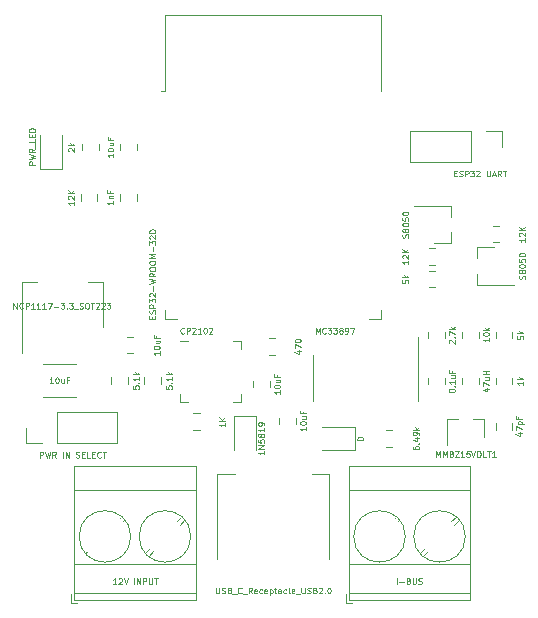
<source format=gbr>
G04 #@! TF.GenerationSoftware,KiCad,Pcbnew,5.1.4-e60b266~84~ubuntu19.04.1*
G04 #@! TF.CreationDate,2020-02-26T10:38:06+11:00*
G04 #@! TF.ProjectId,93ng-blue-aux-esp32-only,39336e67-2d62-46c7-9565-2d6175782d65,rev?*
G04 #@! TF.SameCoordinates,Original*
G04 #@! TF.FileFunction,Legend,Top*
G04 #@! TF.FilePolarity,Positive*
%FSLAX46Y46*%
G04 Gerber Fmt 4.6, Leading zero omitted, Abs format (unit mm)*
G04 Created by KiCad (PCBNEW 5.1.4-e60b266~84~ubuntu19.04.1) date 2020-02-26 10:38:06*
%MOMM*%
%LPD*%
G04 APERTURE LIST*
%ADD10C,0.120000*%
%ADD11C,0.100000*%
G04 APERTURE END LIST*
D10*
X178302064Y-101640000D02*
X175497936Y-101640000D01*
X178302064Y-104360000D02*
X175497936Y-104360000D01*
X191640000Y-106040000D02*
X191640000Y-108900000D01*
X193560000Y-106040000D02*
X191640000Y-106040000D01*
X193560000Y-108900000D02*
X193560000Y-106040000D01*
X198250000Y-110880000D02*
X199750000Y-110880000D01*
X199750000Y-110880000D02*
X199750000Y-118140000D01*
X190250000Y-110880000D02*
X190250000Y-118140000D01*
X190250000Y-110880000D02*
X191750000Y-110880000D01*
X183161252Y-100710000D02*
X182638748Y-100710000D01*
X183161252Y-99290000D02*
X182638748Y-99290000D01*
X208090000Y-103311252D02*
X208090000Y-102788748D01*
X209510000Y-103311252D02*
X209510000Y-102788748D01*
X213840000Y-106638748D02*
X213840000Y-107161252D01*
X215260000Y-106638748D02*
X215260000Y-107161252D01*
X199100000Y-108860000D02*
X201960000Y-108860000D01*
X201960000Y-108860000D02*
X201960000Y-106940000D01*
X201960000Y-106940000D02*
X199100000Y-106940000D01*
X212880000Y-106290000D02*
X211950000Y-106290000D01*
X209720000Y-106290000D02*
X210650000Y-106290000D01*
X209720000Y-106290000D02*
X209720000Y-108450000D01*
X212880000Y-106290000D02*
X212880000Y-107750000D01*
X177910000Y-121800000D02*
X178410000Y-121800000D01*
X177910000Y-121060000D02*
X177910000Y-121800000D01*
X184572000Y-117192000D02*
X184177000Y-117588000D01*
X187218000Y-114546000D02*
X186838000Y-114926000D01*
X184823000Y-117474000D02*
X184443000Y-117854000D01*
X187484000Y-114812000D02*
X187089000Y-115208000D01*
X179202000Y-117481000D02*
X179096000Y-117588000D01*
X182138000Y-114546000D02*
X182031000Y-114653000D01*
X179468000Y-117747000D02*
X179362000Y-117854000D01*
X182404000Y-114812000D02*
X182297000Y-114919000D01*
X188430000Y-110240000D02*
X188430000Y-121560000D01*
X178150000Y-110240000D02*
X178150000Y-121560000D01*
X178150000Y-121560000D02*
X188430000Y-121560000D01*
X178150000Y-110240000D02*
X188430000Y-110240000D01*
X178150000Y-112300000D02*
X188430000Y-112300000D01*
X178150000Y-118500000D02*
X188430000Y-118500000D01*
X178150000Y-121000000D02*
X188430000Y-121000000D01*
X188010000Y-116200000D02*
G75*
G03X188010000Y-116200000I-2180000J0D01*
G01*
X182930000Y-116200000D02*
G75*
G03X182930000Y-116200000I-2180000J0D01*
G01*
X206180000Y-116200000D02*
G75*
G03X206180000Y-116200000I-2180000J0D01*
G01*
X211260000Y-116200000D02*
G75*
G03X211260000Y-116200000I-2180000J0D01*
G01*
X201400000Y-121000000D02*
X211680000Y-121000000D01*
X201400000Y-118500000D02*
X211680000Y-118500000D01*
X201400000Y-112300000D02*
X211680000Y-112300000D01*
X201400000Y-110240000D02*
X211680000Y-110240000D01*
X201400000Y-121560000D02*
X211680000Y-121560000D01*
X201400000Y-110240000D02*
X201400000Y-121560000D01*
X211680000Y-110240000D02*
X211680000Y-121560000D01*
X205654000Y-114812000D02*
X205547000Y-114919000D01*
X202718000Y-117747000D02*
X202612000Y-117854000D01*
X205388000Y-114546000D02*
X205281000Y-114653000D01*
X202452000Y-117481000D02*
X202346000Y-117588000D01*
X210734000Y-114812000D02*
X210339000Y-115208000D01*
X208073000Y-117474000D02*
X207693000Y-117854000D01*
X210468000Y-114546000D02*
X210088000Y-114926000D01*
X207822000Y-117192000D02*
X207427000Y-117588000D01*
X201160000Y-121060000D02*
X201160000Y-121800000D01*
X201160000Y-121800000D02*
X201660000Y-121800000D01*
X212410000Y-102788748D02*
X212410000Y-103311252D01*
X210990000Y-102788748D02*
X210990000Y-103311252D01*
X212410000Y-99411252D02*
X212410000Y-98888748D01*
X210990000Y-99411252D02*
X210990000Y-98888748D01*
X209510000Y-98888748D02*
X209510000Y-99411252D01*
X208090000Y-98888748D02*
X208090000Y-99411252D01*
X205061252Y-108610000D02*
X204538748Y-108610000D01*
X205061252Y-107190000D02*
X204538748Y-107190000D01*
X215260000Y-102788748D02*
X215260000Y-103311252D01*
X213840000Y-102788748D02*
X213840000Y-103311252D01*
X185880000Y-97000000D02*
X185880000Y-97780000D01*
X185880000Y-97780000D02*
X186880000Y-97780000D01*
X204120000Y-97000000D02*
X204120000Y-97780000D01*
X204120000Y-97780000D02*
X203120000Y-97780000D01*
X185880000Y-72035000D02*
X204120000Y-72035000D01*
X204120000Y-72035000D02*
X204120000Y-78455000D01*
X185880000Y-72035000D02*
X185880000Y-78455000D01*
X185880000Y-78455000D02*
X185500000Y-78455000D01*
X198365000Y-102800000D02*
X198365000Y-104750000D01*
X198365000Y-102800000D02*
X198365000Y-100850000D01*
X207235000Y-102800000D02*
X207235000Y-104750000D01*
X207235000Y-102800000D02*
X207235000Y-99350000D01*
X191585000Y-99640000D02*
X192310000Y-99640000D01*
X192310000Y-99640000D02*
X192310000Y-100365000D01*
X187815000Y-104860000D02*
X187090000Y-104860000D01*
X187090000Y-104860000D02*
X187090000Y-104135000D01*
X191585000Y-104860000D02*
X192310000Y-104860000D01*
X192310000Y-104860000D02*
X192310000Y-104135000D01*
X187815000Y-99640000D02*
X187090000Y-99640000D01*
X178690000Y-87761252D02*
X178690000Y-87238748D01*
X180110000Y-87761252D02*
X180110000Y-87238748D01*
X175240000Y-82250000D02*
X175240000Y-85110000D01*
X175240000Y-85110000D02*
X177160000Y-85110000D01*
X177160000Y-85110000D02*
X177160000Y-82250000D01*
X182040000Y-87238748D02*
X182040000Y-87761252D01*
X183460000Y-87238748D02*
X183460000Y-87761252D01*
X180210000Y-82988748D02*
X180210000Y-83511252D01*
X178790000Y-82988748D02*
X178790000Y-83511252D01*
X213840000Y-98888748D02*
X213840000Y-99411252D01*
X215260000Y-98888748D02*
X215260000Y-99411252D01*
X208188748Y-93690000D02*
X208711252Y-93690000D01*
X208188748Y-95110000D02*
X208711252Y-95110000D01*
X208188748Y-93210000D02*
X208711252Y-93210000D01*
X208188748Y-91790000D02*
X208711252Y-91790000D01*
X213588748Y-91310000D02*
X214111252Y-91310000D01*
X213588748Y-89890000D02*
X214111252Y-89890000D01*
X188761252Y-107210000D02*
X188238748Y-107210000D01*
X188761252Y-105790000D02*
X188238748Y-105790000D01*
X195161252Y-100810000D02*
X194638748Y-100810000D01*
X195161252Y-99390000D02*
X194638748Y-99390000D01*
X181810000Y-108330000D02*
X181810000Y-105670000D01*
X176670000Y-108330000D02*
X181810000Y-108330000D01*
X176670000Y-105670000D02*
X181810000Y-105670000D01*
X176670000Y-108330000D02*
X176670000Y-105670000D01*
X175400000Y-108330000D02*
X174070000Y-108330000D01*
X174070000Y-108330000D02*
X174070000Y-107000000D01*
X180560000Y-94690000D02*
X179300000Y-94690000D01*
X173740000Y-94690000D02*
X175000000Y-94690000D01*
X180560000Y-98450000D02*
X180560000Y-94690000D01*
X173740000Y-100700000D02*
X173740000Y-94690000D01*
X183460000Y-82988748D02*
X183460000Y-83511252D01*
X182040000Y-82988748D02*
X182040000Y-83511252D01*
X194710000Y-103038748D02*
X194710000Y-103561252D01*
X193290000Y-103038748D02*
X193290000Y-103561252D01*
X195490000Y-106138748D02*
X195490000Y-106661252D01*
X196910000Y-106138748D02*
X196910000Y-106661252D01*
X210060000Y-91380000D02*
X208600000Y-91380000D01*
X210060000Y-88220000D02*
X206900000Y-88220000D01*
X210060000Y-88220000D02*
X210060000Y-89150000D01*
X210060000Y-91380000D02*
X210060000Y-90450000D01*
X212240000Y-91720000D02*
X212240000Y-92650000D01*
X212240000Y-94880000D02*
X212240000Y-93950000D01*
X212240000Y-94880000D02*
X215400000Y-94880000D01*
X212240000Y-91720000D02*
X213700000Y-91720000D01*
X206590000Y-81870000D02*
X206590000Y-84530000D01*
X211730000Y-81870000D02*
X206590000Y-81870000D01*
X211730000Y-84530000D02*
X206590000Y-84530000D01*
X211730000Y-81870000D02*
X211730000Y-84530000D01*
X213000000Y-81870000D02*
X214330000Y-81870000D01*
X214330000Y-81870000D02*
X214330000Y-83200000D01*
X185510000Y-102738748D02*
X185510000Y-103261252D01*
X184090000Y-102738748D02*
X184090000Y-103261252D01*
X181290000Y-102738748D02*
X181290000Y-103261252D01*
X182710000Y-102738748D02*
X182710000Y-103261252D01*
D11*
X176364285Y-103226190D02*
X176078571Y-103226190D01*
X176221428Y-103226190D02*
X176221428Y-102726190D01*
X176173809Y-102797619D01*
X176126190Y-102845238D01*
X176078571Y-102869047D01*
X176673809Y-102726190D02*
X176721428Y-102726190D01*
X176769047Y-102750000D01*
X176792857Y-102773809D01*
X176816666Y-102821428D01*
X176840476Y-102916666D01*
X176840476Y-103035714D01*
X176816666Y-103130952D01*
X176792857Y-103178571D01*
X176769047Y-103202380D01*
X176721428Y-103226190D01*
X176673809Y-103226190D01*
X176626190Y-103202380D01*
X176602380Y-103178571D01*
X176578571Y-103130952D01*
X176554761Y-103035714D01*
X176554761Y-102916666D01*
X176578571Y-102821428D01*
X176602380Y-102773809D01*
X176626190Y-102750000D01*
X176673809Y-102726190D01*
X177269047Y-102892857D02*
X177269047Y-103226190D01*
X177054761Y-102892857D02*
X177054761Y-103154761D01*
X177078571Y-103202380D01*
X177126190Y-103226190D01*
X177197619Y-103226190D01*
X177245238Y-103202380D01*
X177269047Y-103178571D01*
X177673809Y-102964285D02*
X177507142Y-102964285D01*
X177507142Y-103226190D02*
X177507142Y-102726190D01*
X177745238Y-102726190D01*
X194226190Y-108971428D02*
X194226190Y-109257142D01*
X194226190Y-109114285D02*
X193726190Y-109114285D01*
X193797619Y-109161904D01*
X193845238Y-109209523D01*
X193869047Y-109257142D01*
X194226190Y-108757142D02*
X193726190Y-108757142D01*
X194226190Y-108471428D01*
X193726190Y-108471428D01*
X193726190Y-107995238D02*
X193726190Y-108233333D01*
X193964285Y-108257142D01*
X193940476Y-108233333D01*
X193916666Y-108185714D01*
X193916666Y-108066666D01*
X193940476Y-108019047D01*
X193964285Y-107995238D01*
X194011904Y-107971428D01*
X194130952Y-107971428D01*
X194178571Y-107995238D01*
X194202380Y-108019047D01*
X194226190Y-108066666D01*
X194226190Y-108185714D01*
X194202380Y-108233333D01*
X194178571Y-108257142D01*
X193940476Y-107685714D02*
X193916666Y-107733333D01*
X193892857Y-107757142D01*
X193845238Y-107780952D01*
X193821428Y-107780952D01*
X193773809Y-107757142D01*
X193750000Y-107733333D01*
X193726190Y-107685714D01*
X193726190Y-107590476D01*
X193750000Y-107542857D01*
X193773809Y-107519047D01*
X193821428Y-107495238D01*
X193845238Y-107495238D01*
X193892857Y-107519047D01*
X193916666Y-107542857D01*
X193940476Y-107590476D01*
X193940476Y-107685714D01*
X193964285Y-107733333D01*
X193988095Y-107757142D01*
X194035714Y-107780952D01*
X194130952Y-107780952D01*
X194178571Y-107757142D01*
X194202380Y-107733333D01*
X194226190Y-107685714D01*
X194226190Y-107590476D01*
X194202380Y-107542857D01*
X194178571Y-107519047D01*
X194130952Y-107495238D01*
X194035714Y-107495238D01*
X193988095Y-107519047D01*
X193964285Y-107542857D01*
X193940476Y-107590476D01*
X194226190Y-107019047D02*
X194226190Y-107304761D01*
X194226190Y-107161904D02*
X193726190Y-107161904D01*
X193797619Y-107209523D01*
X193845238Y-107257142D01*
X193869047Y-107304761D01*
X194226190Y-106780952D02*
X194226190Y-106685714D01*
X194202380Y-106638095D01*
X194178571Y-106614285D01*
X194107142Y-106566666D01*
X194011904Y-106542857D01*
X193821428Y-106542857D01*
X193773809Y-106566666D01*
X193750000Y-106590476D01*
X193726190Y-106638095D01*
X193726190Y-106733333D01*
X193750000Y-106780952D01*
X193773809Y-106804761D01*
X193821428Y-106828571D01*
X193940476Y-106828571D01*
X193988095Y-106804761D01*
X194011904Y-106780952D01*
X194035714Y-106733333D01*
X194035714Y-106638095D01*
X194011904Y-106590476D01*
X193988095Y-106566666D01*
X193940476Y-106542857D01*
X190154761Y-120526190D02*
X190154761Y-120930952D01*
X190178571Y-120978571D01*
X190202380Y-121002380D01*
X190250000Y-121026190D01*
X190345238Y-121026190D01*
X190392857Y-121002380D01*
X190416666Y-120978571D01*
X190440476Y-120930952D01*
X190440476Y-120526190D01*
X190654761Y-121002380D02*
X190726190Y-121026190D01*
X190845238Y-121026190D01*
X190892857Y-121002380D01*
X190916666Y-120978571D01*
X190940476Y-120930952D01*
X190940476Y-120883333D01*
X190916666Y-120835714D01*
X190892857Y-120811904D01*
X190845238Y-120788095D01*
X190750000Y-120764285D01*
X190702380Y-120740476D01*
X190678571Y-120716666D01*
X190654761Y-120669047D01*
X190654761Y-120621428D01*
X190678571Y-120573809D01*
X190702380Y-120550000D01*
X190750000Y-120526190D01*
X190869047Y-120526190D01*
X190940476Y-120550000D01*
X191321428Y-120764285D02*
X191392857Y-120788095D01*
X191416666Y-120811904D01*
X191440476Y-120859523D01*
X191440476Y-120930952D01*
X191416666Y-120978571D01*
X191392857Y-121002380D01*
X191345238Y-121026190D01*
X191154761Y-121026190D01*
X191154761Y-120526190D01*
X191321428Y-120526190D01*
X191369047Y-120550000D01*
X191392857Y-120573809D01*
X191416666Y-120621428D01*
X191416666Y-120669047D01*
X191392857Y-120716666D01*
X191369047Y-120740476D01*
X191321428Y-120764285D01*
X191154761Y-120764285D01*
X191535714Y-121073809D02*
X191916666Y-121073809D01*
X192321428Y-120978571D02*
X192297619Y-121002380D01*
X192226190Y-121026190D01*
X192178571Y-121026190D01*
X192107142Y-121002380D01*
X192059523Y-120954761D01*
X192035714Y-120907142D01*
X192011904Y-120811904D01*
X192011904Y-120740476D01*
X192035714Y-120645238D01*
X192059523Y-120597619D01*
X192107142Y-120550000D01*
X192178571Y-120526190D01*
X192226190Y-120526190D01*
X192297619Y-120550000D01*
X192321428Y-120573809D01*
X192416666Y-121073809D02*
X192797619Y-121073809D01*
X193202380Y-121026190D02*
X193035714Y-120788095D01*
X192916666Y-121026190D02*
X192916666Y-120526190D01*
X193107142Y-120526190D01*
X193154761Y-120550000D01*
X193178571Y-120573809D01*
X193202380Y-120621428D01*
X193202380Y-120692857D01*
X193178571Y-120740476D01*
X193154761Y-120764285D01*
X193107142Y-120788095D01*
X192916666Y-120788095D01*
X193607142Y-121002380D02*
X193559523Y-121026190D01*
X193464285Y-121026190D01*
X193416666Y-121002380D01*
X193392857Y-120954761D01*
X193392857Y-120764285D01*
X193416666Y-120716666D01*
X193464285Y-120692857D01*
X193559523Y-120692857D01*
X193607142Y-120716666D01*
X193630952Y-120764285D01*
X193630952Y-120811904D01*
X193392857Y-120859523D01*
X194059523Y-121002380D02*
X194011904Y-121026190D01*
X193916666Y-121026190D01*
X193869047Y-121002380D01*
X193845238Y-120978571D01*
X193821428Y-120930952D01*
X193821428Y-120788095D01*
X193845238Y-120740476D01*
X193869047Y-120716666D01*
X193916666Y-120692857D01*
X194011904Y-120692857D01*
X194059523Y-120716666D01*
X194464285Y-121002380D02*
X194416666Y-121026190D01*
X194321428Y-121026190D01*
X194273809Y-121002380D01*
X194250000Y-120954761D01*
X194250000Y-120764285D01*
X194273809Y-120716666D01*
X194321428Y-120692857D01*
X194416666Y-120692857D01*
X194464285Y-120716666D01*
X194488095Y-120764285D01*
X194488095Y-120811904D01*
X194250000Y-120859523D01*
X194702380Y-120692857D02*
X194702380Y-121192857D01*
X194702380Y-120716666D02*
X194750000Y-120692857D01*
X194845238Y-120692857D01*
X194892857Y-120716666D01*
X194916666Y-120740476D01*
X194940476Y-120788095D01*
X194940476Y-120930952D01*
X194916666Y-120978571D01*
X194892857Y-121002380D01*
X194845238Y-121026190D01*
X194750000Y-121026190D01*
X194702380Y-121002380D01*
X195083333Y-120692857D02*
X195273809Y-120692857D01*
X195154761Y-120526190D02*
X195154761Y-120954761D01*
X195178571Y-121002380D01*
X195226190Y-121026190D01*
X195273809Y-121026190D01*
X195654761Y-121026190D02*
X195654761Y-120764285D01*
X195630952Y-120716666D01*
X195583333Y-120692857D01*
X195488095Y-120692857D01*
X195440476Y-120716666D01*
X195654761Y-121002380D02*
X195607142Y-121026190D01*
X195488095Y-121026190D01*
X195440476Y-121002380D01*
X195416666Y-120954761D01*
X195416666Y-120907142D01*
X195440476Y-120859523D01*
X195488095Y-120835714D01*
X195607142Y-120835714D01*
X195654761Y-120811904D01*
X196107142Y-121002380D02*
X196059523Y-121026190D01*
X195964285Y-121026190D01*
X195916666Y-121002380D01*
X195892857Y-120978571D01*
X195869047Y-120930952D01*
X195869047Y-120788095D01*
X195892857Y-120740476D01*
X195916666Y-120716666D01*
X195964285Y-120692857D01*
X196059523Y-120692857D01*
X196107142Y-120716666D01*
X196392857Y-121026190D02*
X196345238Y-121002380D01*
X196321428Y-120954761D01*
X196321428Y-120526190D01*
X196773809Y-121002380D02*
X196726190Y-121026190D01*
X196630952Y-121026190D01*
X196583333Y-121002380D01*
X196559523Y-120954761D01*
X196559523Y-120764285D01*
X196583333Y-120716666D01*
X196630952Y-120692857D01*
X196726190Y-120692857D01*
X196773809Y-120716666D01*
X196797619Y-120764285D01*
X196797619Y-120811904D01*
X196559523Y-120859523D01*
X196892857Y-121073809D02*
X197273809Y-121073809D01*
X197392857Y-120526190D02*
X197392857Y-120930952D01*
X197416666Y-120978571D01*
X197440476Y-121002380D01*
X197488095Y-121026190D01*
X197583333Y-121026190D01*
X197630952Y-121002380D01*
X197654761Y-120978571D01*
X197678571Y-120930952D01*
X197678571Y-120526190D01*
X197892857Y-121002380D02*
X197964285Y-121026190D01*
X198083333Y-121026190D01*
X198130952Y-121002380D01*
X198154761Y-120978571D01*
X198178571Y-120930952D01*
X198178571Y-120883333D01*
X198154761Y-120835714D01*
X198130952Y-120811904D01*
X198083333Y-120788095D01*
X197988095Y-120764285D01*
X197940476Y-120740476D01*
X197916666Y-120716666D01*
X197892857Y-120669047D01*
X197892857Y-120621428D01*
X197916666Y-120573809D01*
X197940476Y-120550000D01*
X197988095Y-120526190D01*
X198107142Y-120526190D01*
X198178571Y-120550000D01*
X198559523Y-120764285D02*
X198630952Y-120788095D01*
X198654761Y-120811904D01*
X198678571Y-120859523D01*
X198678571Y-120930952D01*
X198654761Y-120978571D01*
X198630952Y-121002380D01*
X198583333Y-121026190D01*
X198392857Y-121026190D01*
X198392857Y-120526190D01*
X198559523Y-120526190D01*
X198607142Y-120550000D01*
X198630952Y-120573809D01*
X198654761Y-120621428D01*
X198654761Y-120669047D01*
X198630952Y-120716666D01*
X198607142Y-120740476D01*
X198559523Y-120764285D01*
X198392857Y-120764285D01*
X198869047Y-120573809D02*
X198892857Y-120550000D01*
X198940476Y-120526190D01*
X199059523Y-120526190D01*
X199107142Y-120550000D01*
X199130952Y-120573809D01*
X199154761Y-120621428D01*
X199154761Y-120669047D01*
X199130952Y-120740476D01*
X198845238Y-121026190D01*
X199154761Y-121026190D01*
X199369047Y-120978571D02*
X199392857Y-121002380D01*
X199369047Y-121026190D01*
X199345238Y-121002380D01*
X199369047Y-120978571D01*
X199369047Y-121026190D01*
X199702380Y-120526190D02*
X199750000Y-120526190D01*
X199797619Y-120550000D01*
X199821428Y-120573809D01*
X199845238Y-120621428D01*
X199869047Y-120716666D01*
X199869047Y-120835714D01*
X199845238Y-120930952D01*
X199821428Y-120978571D01*
X199797619Y-121002380D01*
X199750000Y-121026190D01*
X199702380Y-121026190D01*
X199654761Y-121002380D01*
X199630952Y-120978571D01*
X199607142Y-120930952D01*
X199583333Y-120835714D01*
X199583333Y-120716666D01*
X199607142Y-120621428D01*
X199630952Y-120573809D01*
X199654761Y-120550000D01*
X199702380Y-120526190D01*
X185376190Y-100535714D02*
X185376190Y-100821428D01*
X185376190Y-100678571D02*
X184876190Y-100678571D01*
X184947619Y-100726190D01*
X184995238Y-100773809D01*
X185019047Y-100821428D01*
X184876190Y-100226190D02*
X184876190Y-100178571D01*
X184900000Y-100130952D01*
X184923809Y-100107142D01*
X184971428Y-100083333D01*
X185066666Y-100059523D01*
X185185714Y-100059523D01*
X185280952Y-100083333D01*
X185328571Y-100107142D01*
X185352380Y-100130952D01*
X185376190Y-100178571D01*
X185376190Y-100226190D01*
X185352380Y-100273809D01*
X185328571Y-100297619D01*
X185280952Y-100321428D01*
X185185714Y-100345238D01*
X185066666Y-100345238D01*
X184971428Y-100321428D01*
X184923809Y-100297619D01*
X184900000Y-100273809D01*
X184876190Y-100226190D01*
X185042857Y-99630952D02*
X185376190Y-99630952D01*
X185042857Y-99845238D02*
X185304761Y-99845238D01*
X185352380Y-99821428D01*
X185376190Y-99773809D01*
X185376190Y-99702380D01*
X185352380Y-99654761D01*
X185328571Y-99630952D01*
X185114285Y-99226190D02*
X185114285Y-99392857D01*
X185376190Y-99392857D02*
X184876190Y-99392857D01*
X184876190Y-99154761D01*
X209876190Y-103871428D02*
X209876190Y-103823809D01*
X209900000Y-103776190D01*
X209923809Y-103752380D01*
X209971428Y-103728571D01*
X210066666Y-103704761D01*
X210185714Y-103704761D01*
X210280952Y-103728571D01*
X210328571Y-103752380D01*
X210352380Y-103776190D01*
X210376190Y-103823809D01*
X210376190Y-103871428D01*
X210352380Y-103919047D01*
X210328571Y-103942857D01*
X210280952Y-103966666D01*
X210185714Y-103990476D01*
X210066666Y-103990476D01*
X209971428Y-103966666D01*
X209923809Y-103942857D01*
X209900000Y-103919047D01*
X209876190Y-103871428D01*
X210328571Y-103490476D02*
X210352380Y-103466666D01*
X210376190Y-103490476D01*
X210352380Y-103514285D01*
X210328571Y-103490476D01*
X210376190Y-103490476D01*
X210376190Y-102990476D02*
X210376190Y-103276190D01*
X210376190Y-103133333D02*
X209876190Y-103133333D01*
X209947619Y-103180952D01*
X209995238Y-103228571D01*
X210019047Y-103276190D01*
X210042857Y-102561904D02*
X210376190Y-102561904D01*
X210042857Y-102776190D02*
X210304761Y-102776190D01*
X210352380Y-102752380D01*
X210376190Y-102704761D01*
X210376190Y-102633333D01*
X210352380Y-102585714D01*
X210328571Y-102561904D01*
X210114285Y-102157142D02*
X210114285Y-102323809D01*
X210376190Y-102323809D02*
X209876190Y-102323809D01*
X209876190Y-102085714D01*
X215692857Y-107433333D02*
X216026190Y-107433333D01*
X215502380Y-107552380D02*
X215859523Y-107671428D01*
X215859523Y-107361904D01*
X215526190Y-107219047D02*
X215526190Y-106885714D01*
X216026190Y-107100000D01*
X215692857Y-106695238D02*
X216192857Y-106695238D01*
X215716666Y-106695238D02*
X215692857Y-106647619D01*
X215692857Y-106552380D01*
X215716666Y-106504761D01*
X215740476Y-106480952D01*
X215788095Y-106457142D01*
X215930952Y-106457142D01*
X215978571Y-106480952D01*
X216002380Y-106504761D01*
X216026190Y-106552380D01*
X216026190Y-106647619D01*
X216002380Y-106695238D01*
X215764285Y-106076190D02*
X215764285Y-106242857D01*
X216026190Y-106242857D02*
X215526190Y-106242857D01*
X215526190Y-106004761D01*
X202626190Y-108030952D02*
X202126190Y-108030952D01*
X202126190Y-107911904D01*
X202150000Y-107840476D01*
X202197619Y-107792857D01*
X202245238Y-107769047D01*
X202340476Y-107745238D01*
X202411904Y-107745238D01*
X202507142Y-107769047D01*
X202554761Y-107792857D01*
X202602380Y-107840476D01*
X202626190Y-107911904D01*
X202626190Y-108030952D01*
X208788095Y-109476190D02*
X208788095Y-108976190D01*
X208954761Y-109333333D01*
X209121428Y-108976190D01*
X209121428Y-109476190D01*
X209359523Y-109476190D02*
X209359523Y-108976190D01*
X209526190Y-109333333D01*
X209692857Y-108976190D01*
X209692857Y-109476190D01*
X210097619Y-109214285D02*
X210169047Y-109238095D01*
X210192857Y-109261904D01*
X210216666Y-109309523D01*
X210216666Y-109380952D01*
X210192857Y-109428571D01*
X210169047Y-109452380D01*
X210121428Y-109476190D01*
X209930952Y-109476190D01*
X209930952Y-108976190D01*
X210097619Y-108976190D01*
X210145238Y-109000000D01*
X210169047Y-109023809D01*
X210192857Y-109071428D01*
X210192857Y-109119047D01*
X210169047Y-109166666D01*
X210145238Y-109190476D01*
X210097619Y-109214285D01*
X209930952Y-109214285D01*
X210383333Y-108976190D02*
X210716666Y-108976190D01*
X210383333Y-109476190D01*
X210716666Y-109476190D01*
X211169047Y-109476190D02*
X210883333Y-109476190D01*
X211026190Y-109476190D02*
X211026190Y-108976190D01*
X210978571Y-109047619D01*
X210930952Y-109095238D01*
X210883333Y-109119047D01*
X211621428Y-108976190D02*
X211383333Y-108976190D01*
X211359523Y-109214285D01*
X211383333Y-109190476D01*
X211430952Y-109166666D01*
X211550000Y-109166666D01*
X211597619Y-109190476D01*
X211621428Y-109214285D01*
X211645238Y-109261904D01*
X211645238Y-109380952D01*
X211621428Y-109428571D01*
X211597619Y-109452380D01*
X211550000Y-109476190D01*
X211430952Y-109476190D01*
X211383333Y-109452380D01*
X211359523Y-109428571D01*
X211788095Y-108976190D02*
X211954761Y-109476190D01*
X212121428Y-108976190D01*
X212288095Y-109476190D02*
X212288095Y-108976190D01*
X212407142Y-108976190D01*
X212478571Y-109000000D01*
X212526190Y-109047619D01*
X212550000Y-109095238D01*
X212573809Y-109190476D01*
X212573809Y-109261904D01*
X212550000Y-109357142D01*
X212526190Y-109404761D01*
X212478571Y-109452380D01*
X212407142Y-109476190D01*
X212288095Y-109476190D01*
X213026190Y-109476190D02*
X212788095Y-109476190D01*
X212788095Y-108976190D01*
X213121428Y-108976190D02*
X213407142Y-108976190D01*
X213264285Y-109476190D02*
X213264285Y-108976190D01*
X213835714Y-109476190D02*
X213550000Y-109476190D01*
X213692857Y-109476190D02*
X213692857Y-108976190D01*
X213645238Y-109047619D01*
X213597619Y-109095238D01*
X213550000Y-109119047D01*
X181716666Y-120226190D02*
X181430952Y-120226190D01*
X181573809Y-120226190D02*
X181573809Y-119726190D01*
X181526190Y-119797619D01*
X181478571Y-119845238D01*
X181430952Y-119869047D01*
X181907142Y-119773809D02*
X181930952Y-119750000D01*
X181978571Y-119726190D01*
X182097619Y-119726190D01*
X182145238Y-119750000D01*
X182169047Y-119773809D01*
X182192857Y-119821428D01*
X182192857Y-119869047D01*
X182169047Y-119940476D01*
X181883333Y-120226190D01*
X182192857Y-120226190D01*
X182335714Y-119726190D02*
X182502380Y-120226190D01*
X182669047Y-119726190D01*
X183216666Y-120226190D02*
X183216666Y-119726190D01*
X183454761Y-120226190D02*
X183454761Y-119726190D01*
X183740476Y-120226190D01*
X183740476Y-119726190D01*
X183978571Y-120226190D02*
X183978571Y-119726190D01*
X184169047Y-119726190D01*
X184216666Y-119750000D01*
X184240476Y-119773809D01*
X184264285Y-119821428D01*
X184264285Y-119892857D01*
X184240476Y-119940476D01*
X184216666Y-119964285D01*
X184169047Y-119988095D01*
X183978571Y-119988095D01*
X184478571Y-119726190D02*
X184478571Y-120130952D01*
X184502380Y-120178571D01*
X184526190Y-120202380D01*
X184573809Y-120226190D01*
X184669047Y-120226190D01*
X184716666Y-120202380D01*
X184740476Y-120178571D01*
X184764285Y-120130952D01*
X184764285Y-119726190D01*
X184930952Y-119726190D02*
X185216666Y-119726190D01*
X185073809Y-120226190D02*
X185073809Y-119726190D01*
X205440476Y-120226190D02*
X205440476Y-119726190D01*
X205678571Y-120035714D02*
X206059523Y-120035714D01*
X206464285Y-119964285D02*
X206535714Y-119988095D01*
X206559523Y-120011904D01*
X206583333Y-120059523D01*
X206583333Y-120130952D01*
X206559523Y-120178571D01*
X206535714Y-120202380D01*
X206488095Y-120226190D01*
X206297619Y-120226190D01*
X206297619Y-119726190D01*
X206464285Y-119726190D01*
X206511904Y-119750000D01*
X206535714Y-119773809D01*
X206559523Y-119821428D01*
X206559523Y-119869047D01*
X206535714Y-119916666D01*
X206511904Y-119940476D01*
X206464285Y-119964285D01*
X206297619Y-119964285D01*
X206797619Y-119726190D02*
X206797619Y-120130952D01*
X206821428Y-120178571D01*
X206845238Y-120202380D01*
X206892857Y-120226190D01*
X206988095Y-120226190D01*
X207035714Y-120202380D01*
X207059523Y-120178571D01*
X207083333Y-120130952D01*
X207083333Y-119726190D01*
X207297619Y-120202380D02*
X207369047Y-120226190D01*
X207488095Y-120226190D01*
X207535714Y-120202380D01*
X207559523Y-120178571D01*
X207583333Y-120130952D01*
X207583333Y-120083333D01*
X207559523Y-120035714D01*
X207535714Y-120011904D01*
X207488095Y-119988095D01*
X207392857Y-119964285D01*
X207345238Y-119940476D01*
X207321428Y-119916666D01*
X207297619Y-119869047D01*
X207297619Y-119821428D01*
X207321428Y-119773809D01*
X207345238Y-119750000D01*
X207392857Y-119726190D01*
X207511904Y-119726190D01*
X207583333Y-119750000D01*
X212942857Y-103680952D02*
X213276190Y-103680952D01*
X212752380Y-103800000D02*
X213109523Y-103919047D01*
X213109523Y-103609523D01*
X212776190Y-103466666D02*
X212776190Y-103133333D01*
X213276190Y-103347619D01*
X212942857Y-102728571D02*
X213276190Y-102728571D01*
X212942857Y-102942857D02*
X213204761Y-102942857D01*
X213252380Y-102919047D01*
X213276190Y-102871428D01*
X213276190Y-102800000D01*
X213252380Y-102752380D01*
X213228571Y-102728571D01*
X213276190Y-102490476D02*
X212776190Y-102490476D01*
X213014285Y-102490476D02*
X213014285Y-102204761D01*
X213276190Y-102204761D02*
X212776190Y-102204761D01*
X213276190Y-99397619D02*
X213276190Y-99683333D01*
X213276190Y-99540476D02*
X212776190Y-99540476D01*
X212847619Y-99588095D01*
X212895238Y-99635714D01*
X212919047Y-99683333D01*
X212776190Y-99088095D02*
X212776190Y-99040476D01*
X212800000Y-98992857D01*
X212823809Y-98969047D01*
X212871428Y-98945238D01*
X212966666Y-98921428D01*
X213085714Y-98921428D01*
X213180952Y-98945238D01*
X213228571Y-98969047D01*
X213252380Y-98992857D01*
X213276190Y-99040476D01*
X213276190Y-99088095D01*
X213252380Y-99135714D01*
X213228571Y-99159523D01*
X213180952Y-99183333D01*
X213085714Y-99207142D01*
X212966666Y-99207142D01*
X212871428Y-99183333D01*
X212823809Y-99159523D01*
X212800000Y-99135714D01*
X212776190Y-99088095D01*
X213276190Y-98707142D02*
X212776190Y-98707142D01*
X213085714Y-98659523D02*
X213276190Y-98516666D01*
X212942857Y-98516666D02*
X213133333Y-98707142D01*
X209923809Y-99852380D02*
X209900000Y-99828571D01*
X209876190Y-99780952D01*
X209876190Y-99661904D01*
X209900000Y-99614285D01*
X209923809Y-99590476D01*
X209971428Y-99566666D01*
X210019047Y-99566666D01*
X210090476Y-99590476D01*
X210376190Y-99876190D01*
X210376190Y-99566666D01*
X210328571Y-99352380D02*
X210352380Y-99328571D01*
X210376190Y-99352380D01*
X210352380Y-99376190D01*
X210328571Y-99352380D01*
X210376190Y-99352380D01*
X209876190Y-99161904D02*
X209876190Y-98828571D01*
X210376190Y-99042857D01*
X210376190Y-98638095D02*
X209876190Y-98638095D01*
X210185714Y-98590476D02*
X210376190Y-98447619D01*
X210042857Y-98447619D02*
X210233333Y-98638095D01*
X206826190Y-108602380D02*
X206826190Y-108697619D01*
X206850000Y-108745238D01*
X206873809Y-108769047D01*
X206945238Y-108816666D01*
X207040476Y-108840476D01*
X207230952Y-108840476D01*
X207278571Y-108816666D01*
X207302380Y-108792857D01*
X207326190Y-108745238D01*
X207326190Y-108650000D01*
X207302380Y-108602380D01*
X207278571Y-108578571D01*
X207230952Y-108554761D01*
X207111904Y-108554761D01*
X207064285Y-108578571D01*
X207040476Y-108602380D01*
X207016666Y-108650000D01*
X207016666Y-108745238D01*
X207040476Y-108792857D01*
X207064285Y-108816666D01*
X207111904Y-108840476D01*
X207278571Y-108340476D02*
X207302380Y-108316666D01*
X207326190Y-108340476D01*
X207302380Y-108364285D01*
X207278571Y-108340476D01*
X207326190Y-108340476D01*
X206992857Y-107888095D02*
X207326190Y-107888095D01*
X206802380Y-108007142D02*
X207159523Y-108126190D01*
X207159523Y-107816666D01*
X207326190Y-107602380D02*
X207326190Y-107507142D01*
X207302380Y-107459523D01*
X207278571Y-107435714D01*
X207207142Y-107388095D01*
X207111904Y-107364285D01*
X206921428Y-107364285D01*
X206873809Y-107388095D01*
X206850000Y-107411904D01*
X206826190Y-107459523D01*
X206826190Y-107554761D01*
X206850000Y-107602380D01*
X206873809Y-107626190D01*
X206921428Y-107650000D01*
X207040476Y-107650000D01*
X207088095Y-107626190D01*
X207111904Y-107602380D01*
X207135714Y-107554761D01*
X207135714Y-107459523D01*
X207111904Y-107411904D01*
X207088095Y-107388095D01*
X207040476Y-107364285D01*
X207326190Y-107150000D02*
X206826190Y-107150000D01*
X207135714Y-107102380D02*
X207326190Y-106959523D01*
X206992857Y-106959523D02*
X207183333Y-107150000D01*
X216176190Y-103109523D02*
X216176190Y-103395238D01*
X216176190Y-103252380D02*
X215676190Y-103252380D01*
X215747619Y-103300000D01*
X215795238Y-103347619D01*
X215819047Y-103395238D01*
X216176190Y-102895238D02*
X215676190Y-102895238D01*
X215985714Y-102847619D02*
X216176190Y-102704761D01*
X215842857Y-102704761D02*
X216033333Y-102895238D01*
X184764285Y-97761904D02*
X184764285Y-97595238D01*
X185026190Y-97523809D02*
X185026190Y-97761904D01*
X184526190Y-97761904D01*
X184526190Y-97523809D01*
X185002380Y-97333333D02*
X185026190Y-97261904D01*
X185026190Y-97142857D01*
X185002380Y-97095238D01*
X184978571Y-97071428D01*
X184930952Y-97047619D01*
X184883333Y-97047619D01*
X184835714Y-97071428D01*
X184811904Y-97095238D01*
X184788095Y-97142857D01*
X184764285Y-97238095D01*
X184740476Y-97285714D01*
X184716666Y-97309523D01*
X184669047Y-97333333D01*
X184621428Y-97333333D01*
X184573809Y-97309523D01*
X184550000Y-97285714D01*
X184526190Y-97238095D01*
X184526190Y-97119047D01*
X184550000Y-97047619D01*
X185026190Y-96833333D02*
X184526190Y-96833333D01*
X184526190Y-96642857D01*
X184550000Y-96595238D01*
X184573809Y-96571428D01*
X184621428Y-96547619D01*
X184692857Y-96547619D01*
X184740476Y-96571428D01*
X184764285Y-96595238D01*
X184788095Y-96642857D01*
X184788095Y-96833333D01*
X184526190Y-96380952D02*
X184526190Y-96071428D01*
X184716666Y-96238095D01*
X184716666Y-96166666D01*
X184740476Y-96119047D01*
X184764285Y-96095238D01*
X184811904Y-96071428D01*
X184930952Y-96071428D01*
X184978571Y-96095238D01*
X185002380Y-96119047D01*
X185026190Y-96166666D01*
X185026190Y-96309523D01*
X185002380Y-96357142D01*
X184978571Y-96380952D01*
X184573809Y-95880952D02*
X184550000Y-95857142D01*
X184526190Y-95809523D01*
X184526190Y-95690476D01*
X184550000Y-95642857D01*
X184573809Y-95619047D01*
X184621428Y-95595238D01*
X184669047Y-95595238D01*
X184740476Y-95619047D01*
X185026190Y-95904761D01*
X185026190Y-95595238D01*
X184835714Y-95380952D02*
X184835714Y-95000000D01*
X184526190Y-94809523D02*
X185026190Y-94690476D01*
X184669047Y-94595238D01*
X185026190Y-94500000D01*
X184526190Y-94380952D01*
X185026190Y-93904761D02*
X184788095Y-94071428D01*
X185026190Y-94190476D02*
X184526190Y-94190476D01*
X184526190Y-94000000D01*
X184550000Y-93952380D01*
X184573809Y-93928571D01*
X184621428Y-93904761D01*
X184692857Y-93904761D01*
X184740476Y-93928571D01*
X184764285Y-93952380D01*
X184788095Y-94000000D01*
X184788095Y-94190476D01*
X184526190Y-93595238D02*
X184526190Y-93500000D01*
X184550000Y-93452380D01*
X184597619Y-93404761D01*
X184692857Y-93380952D01*
X184859523Y-93380952D01*
X184954761Y-93404761D01*
X185002380Y-93452380D01*
X185026190Y-93500000D01*
X185026190Y-93595238D01*
X185002380Y-93642857D01*
X184954761Y-93690476D01*
X184859523Y-93714285D01*
X184692857Y-93714285D01*
X184597619Y-93690476D01*
X184550000Y-93642857D01*
X184526190Y-93595238D01*
X184526190Y-93071428D02*
X184526190Y-92976190D01*
X184550000Y-92928571D01*
X184597619Y-92880952D01*
X184692857Y-92857142D01*
X184859523Y-92857142D01*
X184954761Y-92880952D01*
X185002380Y-92928571D01*
X185026190Y-92976190D01*
X185026190Y-93071428D01*
X185002380Y-93119047D01*
X184954761Y-93166666D01*
X184859523Y-93190476D01*
X184692857Y-93190476D01*
X184597619Y-93166666D01*
X184550000Y-93119047D01*
X184526190Y-93071428D01*
X185026190Y-92642857D02*
X184526190Y-92642857D01*
X184883333Y-92476190D01*
X184526190Y-92309523D01*
X185026190Y-92309523D01*
X184835714Y-92071428D02*
X184835714Y-91690476D01*
X184526190Y-91500000D02*
X184526190Y-91190476D01*
X184716666Y-91357142D01*
X184716666Y-91285714D01*
X184740476Y-91238095D01*
X184764285Y-91214285D01*
X184811904Y-91190476D01*
X184930952Y-91190476D01*
X184978571Y-91214285D01*
X185002380Y-91238095D01*
X185026190Y-91285714D01*
X185026190Y-91428571D01*
X185002380Y-91476190D01*
X184978571Y-91500000D01*
X184573809Y-91000000D02*
X184550000Y-90976190D01*
X184526190Y-90928571D01*
X184526190Y-90809523D01*
X184550000Y-90761904D01*
X184573809Y-90738095D01*
X184621428Y-90714285D01*
X184669047Y-90714285D01*
X184740476Y-90738095D01*
X185026190Y-91023809D01*
X185026190Y-90714285D01*
X185026190Y-90500000D02*
X184526190Y-90500000D01*
X184526190Y-90380952D01*
X184550000Y-90309523D01*
X184597619Y-90261904D01*
X184645238Y-90238095D01*
X184740476Y-90214285D01*
X184811904Y-90214285D01*
X184907142Y-90238095D01*
X184954761Y-90261904D01*
X185002380Y-90309523D01*
X185026190Y-90380952D01*
X185026190Y-90500000D01*
X198592857Y-99026190D02*
X198592857Y-98526190D01*
X198759523Y-98883333D01*
X198926190Y-98526190D01*
X198926190Y-99026190D01*
X199450000Y-98978571D02*
X199426190Y-99002380D01*
X199354761Y-99026190D01*
X199307142Y-99026190D01*
X199235714Y-99002380D01*
X199188095Y-98954761D01*
X199164285Y-98907142D01*
X199140476Y-98811904D01*
X199140476Y-98740476D01*
X199164285Y-98645238D01*
X199188095Y-98597619D01*
X199235714Y-98550000D01*
X199307142Y-98526190D01*
X199354761Y-98526190D01*
X199426190Y-98550000D01*
X199450000Y-98573809D01*
X199616666Y-98526190D02*
X199926190Y-98526190D01*
X199759523Y-98716666D01*
X199830952Y-98716666D01*
X199878571Y-98740476D01*
X199902380Y-98764285D01*
X199926190Y-98811904D01*
X199926190Y-98930952D01*
X199902380Y-98978571D01*
X199878571Y-99002380D01*
X199830952Y-99026190D01*
X199688095Y-99026190D01*
X199640476Y-99002380D01*
X199616666Y-98978571D01*
X200092857Y-98526190D02*
X200402380Y-98526190D01*
X200235714Y-98716666D01*
X200307142Y-98716666D01*
X200354761Y-98740476D01*
X200378571Y-98764285D01*
X200402380Y-98811904D01*
X200402380Y-98930952D01*
X200378571Y-98978571D01*
X200354761Y-99002380D01*
X200307142Y-99026190D01*
X200164285Y-99026190D01*
X200116666Y-99002380D01*
X200092857Y-98978571D01*
X200688095Y-98740476D02*
X200640476Y-98716666D01*
X200616666Y-98692857D01*
X200592857Y-98645238D01*
X200592857Y-98621428D01*
X200616666Y-98573809D01*
X200640476Y-98550000D01*
X200688095Y-98526190D01*
X200783333Y-98526190D01*
X200830952Y-98550000D01*
X200854761Y-98573809D01*
X200878571Y-98621428D01*
X200878571Y-98645238D01*
X200854761Y-98692857D01*
X200830952Y-98716666D01*
X200783333Y-98740476D01*
X200688095Y-98740476D01*
X200640476Y-98764285D01*
X200616666Y-98788095D01*
X200592857Y-98835714D01*
X200592857Y-98930952D01*
X200616666Y-98978571D01*
X200640476Y-99002380D01*
X200688095Y-99026190D01*
X200783333Y-99026190D01*
X200830952Y-99002380D01*
X200854761Y-98978571D01*
X200878571Y-98930952D01*
X200878571Y-98835714D01*
X200854761Y-98788095D01*
X200830952Y-98764285D01*
X200783333Y-98740476D01*
X201116666Y-99026190D02*
X201211904Y-99026190D01*
X201259523Y-99002380D01*
X201283333Y-98978571D01*
X201330952Y-98907142D01*
X201354761Y-98811904D01*
X201354761Y-98621428D01*
X201330952Y-98573809D01*
X201307142Y-98550000D01*
X201259523Y-98526190D01*
X201164285Y-98526190D01*
X201116666Y-98550000D01*
X201092857Y-98573809D01*
X201069047Y-98621428D01*
X201069047Y-98740476D01*
X201092857Y-98788095D01*
X201116666Y-98811904D01*
X201164285Y-98835714D01*
X201259523Y-98835714D01*
X201307142Y-98811904D01*
X201330952Y-98788095D01*
X201354761Y-98740476D01*
X201521428Y-98526190D02*
X201854761Y-98526190D01*
X201640476Y-99026190D01*
X187452380Y-98978571D02*
X187428571Y-99002380D01*
X187357142Y-99026190D01*
X187309523Y-99026190D01*
X187238095Y-99002380D01*
X187190476Y-98954761D01*
X187166666Y-98907142D01*
X187142857Y-98811904D01*
X187142857Y-98740476D01*
X187166666Y-98645238D01*
X187190476Y-98597619D01*
X187238095Y-98550000D01*
X187309523Y-98526190D01*
X187357142Y-98526190D01*
X187428571Y-98550000D01*
X187452380Y-98573809D01*
X187666666Y-99026190D02*
X187666666Y-98526190D01*
X187857142Y-98526190D01*
X187904761Y-98550000D01*
X187928571Y-98573809D01*
X187952380Y-98621428D01*
X187952380Y-98692857D01*
X187928571Y-98740476D01*
X187904761Y-98764285D01*
X187857142Y-98788095D01*
X187666666Y-98788095D01*
X188142857Y-98573809D02*
X188166666Y-98550000D01*
X188214285Y-98526190D01*
X188333333Y-98526190D01*
X188380952Y-98550000D01*
X188404761Y-98573809D01*
X188428571Y-98621428D01*
X188428571Y-98669047D01*
X188404761Y-98740476D01*
X188119047Y-99026190D01*
X188428571Y-99026190D01*
X188904761Y-99026190D02*
X188619047Y-99026190D01*
X188761904Y-99026190D02*
X188761904Y-98526190D01*
X188714285Y-98597619D01*
X188666666Y-98645238D01*
X188619047Y-98669047D01*
X189214285Y-98526190D02*
X189261904Y-98526190D01*
X189309523Y-98550000D01*
X189333333Y-98573809D01*
X189357142Y-98621428D01*
X189380952Y-98716666D01*
X189380952Y-98835714D01*
X189357142Y-98930952D01*
X189333333Y-98978571D01*
X189309523Y-99002380D01*
X189261904Y-99026190D01*
X189214285Y-99026190D01*
X189166666Y-99002380D01*
X189142857Y-98978571D01*
X189119047Y-98930952D01*
X189095238Y-98835714D01*
X189095238Y-98716666D01*
X189119047Y-98621428D01*
X189142857Y-98573809D01*
X189166666Y-98550000D01*
X189214285Y-98526190D01*
X189571428Y-98573809D02*
X189595238Y-98550000D01*
X189642857Y-98526190D01*
X189761904Y-98526190D01*
X189809523Y-98550000D01*
X189833333Y-98573809D01*
X189857142Y-98621428D01*
X189857142Y-98669047D01*
X189833333Y-98740476D01*
X189547619Y-99026190D01*
X189857142Y-99026190D01*
X181426190Y-87797619D02*
X181426190Y-88083333D01*
X181426190Y-87940476D02*
X180926190Y-87940476D01*
X180997619Y-87988095D01*
X181045238Y-88035714D01*
X181069047Y-88083333D01*
X181092857Y-87583333D02*
X181426190Y-87583333D01*
X181140476Y-87583333D02*
X181116666Y-87559523D01*
X181092857Y-87511904D01*
X181092857Y-87440476D01*
X181116666Y-87392857D01*
X181164285Y-87369047D01*
X181426190Y-87369047D01*
X181164285Y-86964285D02*
X181164285Y-87130952D01*
X181426190Y-87130952D02*
X180926190Y-87130952D01*
X180926190Y-86892857D01*
X174826190Y-84735714D02*
X174326190Y-84735714D01*
X174326190Y-84545238D01*
X174350000Y-84497619D01*
X174373809Y-84473809D01*
X174421428Y-84450000D01*
X174492857Y-84450000D01*
X174540476Y-84473809D01*
X174564285Y-84497619D01*
X174588095Y-84545238D01*
X174588095Y-84735714D01*
X174326190Y-84283333D02*
X174826190Y-84164285D01*
X174469047Y-84069047D01*
X174826190Y-83973809D01*
X174326190Y-83854761D01*
X174826190Y-83378571D02*
X174588095Y-83545238D01*
X174826190Y-83664285D02*
X174326190Y-83664285D01*
X174326190Y-83473809D01*
X174350000Y-83426190D01*
X174373809Y-83402380D01*
X174421428Y-83378571D01*
X174492857Y-83378571D01*
X174540476Y-83402380D01*
X174564285Y-83426190D01*
X174588095Y-83473809D01*
X174588095Y-83664285D01*
X174873809Y-83283333D02*
X174873809Y-82902380D01*
X174826190Y-82545238D02*
X174826190Y-82783333D01*
X174326190Y-82783333D01*
X174564285Y-82378571D02*
X174564285Y-82211904D01*
X174826190Y-82140476D02*
X174826190Y-82378571D01*
X174326190Y-82378571D01*
X174326190Y-82140476D01*
X174826190Y-81926190D02*
X174326190Y-81926190D01*
X174326190Y-81807142D01*
X174350000Y-81735714D01*
X174397619Y-81688095D01*
X174445238Y-81664285D01*
X174540476Y-81640476D01*
X174611904Y-81640476D01*
X174707142Y-81664285D01*
X174754761Y-81688095D01*
X174802380Y-81735714D01*
X174826190Y-81807142D01*
X174826190Y-81926190D01*
X178126190Y-87845238D02*
X178126190Y-88130952D01*
X178126190Y-87988095D02*
X177626190Y-87988095D01*
X177697619Y-88035714D01*
X177745238Y-88083333D01*
X177769047Y-88130952D01*
X177673809Y-87654761D02*
X177650000Y-87630952D01*
X177626190Y-87583333D01*
X177626190Y-87464285D01*
X177650000Y-87416666D01*
X177673809Y-87392857D01*
X177721428Y-87369047D01*
X177769047Y-87369047D01*
X177840476Y-87392857D01*
X178126190Y-87678571D01*
X178126190Y-87369047D01*
X178126190Y-87154761D02*
X177626190Y-87154761D01*
X178126190Y-86869047D02*
X177840476Y-87083333D01*
X177626190Y-86869047D02*
X177911904Y-87154761D01*
X177673809Y-83595238D02*
X177650000Y-83571428D01*
X177626190Y-83523809D01*
X177626190Y-83404761D01*
X177650000Y-83357142D01*
X177673809Y-83333333D01*
X177721428Y-83309523D01*
X177769047Y-83309523D01*
X177840476Y-83333333D01*
X178126190Y-83619047D01*
X178126190Y-83309523D01*
X178126190Y-83095238D02*
X177626190Y-83095238D01*
X177935714Y-83047619D02*
X178126190Y-82904761D01*
X177792857Y-82904761D02*
X177983333Y-83095238D01*
X215676190Y-99233333D02*
X215676190Y-99471428D01*
X215914285Y-99495238D01*
X215890476Y-99471428D01*
X215866666Y-99423809D01*
X215866666Y-99304761D01*
X215890476Y-99257142D01*
X215914285Y-99233333D01*
X215961904Y-99209523D01*
X216080952Y-99209523D01*
X216128571Y-99233333D01*
X216152380Y-99257142D01*
X216176190Y-99304761D01*
X216176190Y-99423809D01*
X216152380Y-99471428D01*
X216128571Y-99495238D01*
X216176190Y-98995238D02*
X215676190Y-98995238D01*
X215985714Y-98947619D02*
X216176190Y-98804761D01*
X215842857Y-98804761D02*
X216033333Y-98995238D01*
X205926190Y-94483333D02*
X205926190Y-94721428D01*
X206164285Y-94745238D01*
X206140476Y-94721428D01*
X206116666Y-94673809D01*
X206116666Y-94554761D01*
X206140476Y-94507142D01*
X206164285Y-94483333D01*
X206211904Y-94459523D01*
X206330952Y-94459523D01*
X206378571Y-94483333D01*
X206402380Y-94507142D01*
X206426190Y-94554761D01*
X206426190Y-94673809D01*
X206402380Y-94721428D01*
X206378571Y-94745238D01*
X206426190Y-94245238D02*
X205926190Y-94245238D01*
X206235714Y-94197619D02*
X206426190Y-94054761D01*
X206092857Y-94054761D02*
X206283333Y-94245238D01*
X206426190Y-92845238D02*
X206426190Y-93130952D01*
X206426190Y-92988095D02*
X205926190Y-92988095D01*
X205997619Y-93035714D01*
X206045238Y-93083333D01*
X206069047Y-93130952D01*
X205973809Y-92654761D02*
X205950000Y-92630952D01*
X205926190Y-92583333D01*
X205926190Y-92464285D01*
X205950000Y-92416666D01*
X205973809Y-92392857D01*
X206021428Y-92369047D01*
X206069047Y-92369047D01*
X206140476Y-92392857D01*
X206426190Y-92678571D01*
X206426190Y-92369047D01*
X206426190Y-92154761D02*
X205926190Y-92154761D01*
X206426190Y-91869047D02*
X206140476Y-92083333D01*
X205926190Y-91869047D02*
X206211904Y-92154761D01*
X216326190Y-90945238D02*
X216326190Y-91230952D01*
X216326190Y-91088095D02*
X215826190Y-91088095D01*
X215897619Y-91135714D01*
X215945238Y-91183333D01*
X215969047Y-91230952D01*
X215873809Y-90754761D02*
X215850000Y-90730952D01*
X215826190Y-90683333D01*
X215826190Y-90564285D01*
X215850000Y-90516666D01*
X215873809Y-90492857D01*
X215921428Y-90469047D01*
X215969047Y-90469047D01*
X216040476Y-90492857D01*
X216326190Y-90778571D01*
X216326190Y-90469047D01*
X216326190Y-90254761D02*
X215826190Y-90254761D01*
X216326190Y-89969047D02*
X216040476Y-90183333D01*
X215826190Y-89969047D02*
X216111904Y-90254761D01*
X190926190Y-106607142D02*
X190926190Y-106892857D01*
X190926190Y-106750000D02*
X190426190Y-106750000D01*
X190497619Y-106797619D01*
X190545238Y-106845238D01*
X190569047Y-106892857D01*
X190926190Y-106392857D02*
X190426190Y-106392857D01*
X190926190Y-106107142D02*
X190640476Y-106321428D01*
X190426190Y-106107142D02*
X190711904Y-106392857D01*
X196992857Y-100480952D02*
X197326190Y-100480952D01*
X196802380Y-100600000D02*
X197159523Y-100719047D01*
X197159523Y-100409523D01*
X196826190Y-100266666D02*
X196826190Y-99933333D01*
X197326190Y-100147619D01*
X196826190Y-99647619D02*
X196826190Y-99600000D01*
X196850000Y-99552380D01*
X196873809Y-99528571D01*
X196921428Y-99504761D01*
X197016666Y-99480952D01*
X197135714Y-99480952D01*
X197230952Y-99504761D01*
X197278571Y-99528571D01*
X197302380Y-99552380D01*
X197326190Y-99600000D01*
X197326190Y-99647619D01*
X197302380Y-99695238D01*
X197278571Y-99719047D01*
X197230952Y-99742857D01*
X197135714Y-99766666D01*
X197016666Y-99766666D01*
X196921428Y-99742857D01*
X196873809Y-99719047D01*
X196850000Y-99695238D01*
X196826190Y-99647619D01*
X175238095Y-109526190D02*
X175238095Y-109026190D01*
X175428571Y-109026190D01*
X175476190Y-109050000D01*
X175500000Y-109073809D01*
X175523809Y-109121428D01*
X175523809Y-109192857D01*
X175500000Y-109240476D01*
X175476190Y-109264285D01*
X175428571Y-109288095D01*
X175238095Y-109288095D01*
X175690476Y-109026190D02*
X175809523Y-109526190D01*
X175904761Y-109169047D01*
X176000000Y-109526190D01*
X176119047Y-109026190D01*
X176595238Y-109526190D02*
X176428571Y-109288095D01*
X176309523Y-109526190D02*
X176309523Y-109026190D01*
X176500000Y-109026190D01*
X176547619Y-109050000D01*
X176571428Y-109073809D01*
X176595238Y-109121428D01*
X176595238Y-109192857D01*
X176571428Y-109240476D01*
X176547619Y-109264285D01*
X176500000Y-109288095D01*
X176309523Y-109288095D01*
X177190476Y-109526190D02*
X177190476Y-109026190D01*
X177428571Y-109526190D02*
X177428571Y-109026190D01*
X177714285Y-109526190D01*
X177714285Y-109026190D01*
X178309523Y-109502380D02*
X178380952Y-109526190D01*
X178500000Y-109526190D01*
X178547619Y-109502380D01*
X178571428Y-109478571D01*
X178595238Y-109430952D01*
X178595238Y-109383333D01*
X178571428Y-109335714D01*
X178547619Y-109311904D01*
X178500000Y-109288095D01*
X178404761Y-109264285D01*
X178357142Y-109240476D01*
X178333333Y-109216666D01*
X178309523Y-109169047D01*
X178309523Y-109121428D01*
X178333333Y-109073809D01*
X178357142Y-109050000D01*
X178404761Y-109026190D01*
X178523809Y-109026190D01*
X178595238Y-109050000D01*
X178809523Y-109264285D02*
X178976190Y-109264285D01*
X179047619Y-109526190D02*
X178809523Y-109526190D01*
X178809523Y-109026190D01*
X179047619Y-109026190D01*
X179500000Y-109526190D02*
X179261904Y-109526190D01*
X179261904Y-109026190D01*
X179666666Y-109264285D02*
X179833333Y-109264285D01*
X179904761Y-109526190D02*
X179666666Y-109526190D01*
X179666666Y-109026190D01*
X179904761Y-109026190D01*
X180404761Y-109478571D02*
X180380952Y-109502380D01*
X180309523Y-109526190D01*
X180261904Y-109526190D01*
X180190476Y-109502380D01*
X180142857Y-109454761D01*
X180119047Y-109407142D01*
X180095238Y-109311904D01*
X180095238Y-109240476D01*
X180119047Y-109145238D01*
X180142857Y-109097619D01*
X180190476Y-109050000D01*
X180261904Y-109026190D01*
X180309523Y-109026190D01*
X180380952Y-109050000D01*
X180404761Y-109073809D01*
X180547619Y-109026190D02*
X180833333Y-109026190D01*
X180690476Y-109526190D02*
X180690476Y-109026190D01*
X173004761Y-96926190D02*
X173004761Y-96426190D01*
X173290476Y-96926190D01*
X173290476Y-96426190D01*
X173814285Y-96878571D02*
X173790476Y-96902380D01*
X173719047Y-96926190D01*
X173671428Y-96926190D01*
X173600000Y-96902380D01*
X173552380Y-96854761D01*
X173528571Y-96807142D01*
X173504761Y-96711904D01*
X173504761Y-96640476D01*
X173528571Y-96545238D01*
X173552380Y-96497619D01*
X173600000Y-96450000D01*
X173671428Y-96426190D01*
X173719047Y-96426190D01*
X173790476Y-96450000D01*
X173814285Y-96473809D01*
X174028571Y-96926190D02*
X174028571Y-96426190D01*
X174219047Y-96426190D01*
X174266666Y-96450000D01*
X174290476Y-96473809D01*
X174314285Y-96521428D01*
X174314285Y-96592857D01*
X174290476Y-96640476D01*
X174266666Y-96664285D01*
X174219047Y-96688095D01*
X174028571Y-96688095D01*
X174790476Y-96926190D02*
X174504761Y-96926190D01*
X174647619Y-96926190D02*
X174647619Y-96426190D01*
X174600000Y-96497619D01*
X174552380Y-96545238D01*
X174504761Y-96569047D01*
X175266666Y-96926190D02*
X174980952Y-96926190D01*
X175123809Y-96926190D02*
X175123809Y-96426190D01*
X175076190Y-96497619D01*
X175028571Y-96545238D01*
X174980952Y-96569047D01*
X175742857Y-96926190D02*
X175457142Y-96926190D01*
X175600000Y-96926190D02*
X175600000Y-96426190D01*
X175552380Y-96497619D01*
X175504761Y-96545238D01*
X175457142Y-96569047D01*
X175909523Y-96426190D02*
X176242857Y-96426190D01*
X176028571Y-96926190D01*
X176433333Y-96735714D02*
X176814285Y-96735714D01*
X177004761Y-96426190D02*
X177314285Y-96426190D01*
X177147619Y-96616666D01*
X177219047Y-96616666D01*
X177266666Y-96640476D01*
X177290476Y-96664285D01*
X177314285Y-96711904D01*
X177314285Y-96830952D01*
X177290476Y-96878571D01*
X177266666Y-96902380D01*
X177219047Y-96926190D01*
X177076190Y-96926190D01*
X177028571Y-96902380D01*
X177004761Y-96878571D01*
X177528571Y-96878571D02*
X177552380Y-96902380D01*
X177528571Y-96926190D01*
X177504761Y-96902380D01*
X177528571Y-96878571D01*
X177528571Y-96926190D01*
X177719047Y-96426190D02*
X178028571Y-96426190D01*
X177861904Y-96616666D01*
X177933333Y-96616666D01*
X177980952Y-96640476D01*
X178004761Y-96664285D01*
X178028571Y-96711904D01*
X178028571Y-96830952D01*
X178004761Y-96878571D01*
X177980952Y-96902380D01*
X177933333Y-96926190D01*
X177790476Y-96926190D01*
X177742857Y-96902380D01*
X177719047Y-96878571D01*
X178123809Y-96973809D02*
X178504761Y-96973809D01*
X178600000Y-96902380D02*
X178671428Y-96926190D01*
X178790476Y-96926190D01*
X178838095Y-96902380D01*
X178861904Y-96878571D01*
X178885714Y-96830952D01*
X178885714Y-96783333D01*
X178861904Y-96735714D01*
X178838095Y-96711904D01*
X178790476Y-96688095D01*
X178695238Y-96664285D01*
X178647619Y-96640476D01*
X178623809Y-96616666D01*
X178600000Y-96569047D01*
X178600000Y-96521428D01*
X178623809Y-96473809D01*
X178647619Y-96450000D01*
X178695238Y-96426190D01*
X178814285Y-96426190D01*
X178885714Y-96450000D01*
X179195238Y-96426190D02*
X179290476Y-96426190D01*
X179338095Y-96450000D01*
X179385714Y-96497619D01*
X179409523Y-96592857D01*
X179409523Y-96759523D01*
X179385714Y-96854761D01*
X179338095Y-96902380D01*
X179290476Y-96926190D01*
X179195238Y-96926190D01*
X179147619Y-96902380D01*
X179100000Y-96854761D01*
X179076190Y-96759523D01*
X179076190Y-96592857D01*
X179100000Y-96497619D01*
X179147619Y-96450000D01*
X179195238Y-96426190D01*
X179552380Y-96426190D02*
X179838095Y-96426190D01*
X179695238Y-96926190D02*
X179695238Y-96426190D01*
X179980952Y-96473809D02*
X180004761Y-96450000D01*
X180052380Y-96426190D01*
X180171428Y-96426190D01*
X180219047Y-96450000D01*
X180242857Y-96473809D01*
X180266666Y-96521428D01*
X180266666Y-96569047D01*
X180242857Y-96640476D01*
X179957142Y-96926190D01*
X180266666Y-96926190D01*
X180457142Y-96473809D02*
X180480952Y-96450000D01*
X180528571Y-96426190D01*
X180647619Y-96426190D01*
X180695238Y-96450000D01*
X180719047Y-96473809D01*
X180742857Y-96521428D01*
X180742857Y-96569047D01*
X180719047Y-96640476D01*
X180433333Y-96926190D01*
X180742857Y-96926190D01*
X180909523Y-96426190D02*
X181219047Y-96426190D01*
X181052380Y-96616666D01*
X181123809Y-96616666D01*
X181171428Y-96640476D01*
X181195238Y-96664285D01*
X181219047Y-96711904D01*
X181219047Y-96830952D01*
X181195238Y-96878571D01*
X181171428Y-96902380D01*
X181123809Y-96926190D01*
X180980952Y-96926190D01*
X180933333Y-96902380D01*
X180909523Y-96878571D01*
X181476190Y-83785714D02*
X181476190Y-84071428D01*
X181476190Y-83928571D02*
X180976190Y-83928571D01*
X181047619Y-83976190D01*
X181095238Y-84023809D01*
X181119047Y-84071428D01*
X180976190Y-83476190D02*
X180976190Y-83428571D01*
X181000000Y-83380952D01*
X181023809Y-83357142D01*
X181071428Y-83333333D01*
X181166666Y-83309523D01*
X181285714Y-83309523D01*
X181380952Y-83333333D01*
X181428571Y-83357142D01*
X181452380Y-83380952D01*
X181476190Y-83428571D01*
X181476190Y-83476190D01*
X181452380Y-83523809D01*
X181428571Y-83547619D01*
X181380952Y-83571428D01*
X181285714Y-83595238D01*
X181166666Y-83595238D01*
X181071428Y-83571428D01*
X181023809Y-83547619D01*
X181000000Y-83523809D01*
X180976190Y-83476190D01*
X181142857Y-82880952D02*
X181476190Y-82880952D01*
X181142857Y-83095238D02*
X181404761Y-83095238D01*
X181452380Y-83071428D01*
X181476190Y-83023809D01*
X181476190Y-82952380D01*
X181452380Y-82904761D01*
X181428571Y-82880952D01*
X181214285Y-82476190D02*
X181214285Y-82642857D01*
X181476190Y-82642857D02*
X180976190Y-82642857D01*
X180976190Y-82404761D01*
X195576190Y-103835714D02*
X195576190Y-104121428D01*
X195576190Y-103978571D02*
X195076190Y-103978571D01*
X195147619Y-104026190D01*
X195195238Y-104073809D01*
X195219047Y-104121428D01*
X195076190Y-103526190D02*
X195076190Y-103478571D01*
X195100000Y-103430952D01*
X195123809Y-103407142D01*
X195171428Y-103383333D01*
X195266666Y-103359523D01*
X195385714Y-103359523D01*
X195480952Y-103383333D01*
X195528571Y-103407142D01*
X195552380Y-103430952D01*
X195576190Y-103478571D01*
X195576190Y-103526190D01*
X195552380Y-103573809D01*
X195528571Y-103597619D01*
X195480952Y-103621428D01*
X195385714Y-103645238D01*
X195266666Y-103645238D01*
X195171428Y-103621428D01*
X195123809Y-103597619D01*
X195100000Y-103573809D01*
X195076190Y-103526190D01*
X195242857Y-102930952D02*
X195576190Y-102930952D01*
X195242857Y-103145238D02*
X195504761Y-103145238D01*
X195552380Y-103121428D01*
X195576190Y-103073809D01*
X195576190Y-103002380D01*
X195552380Y-102954761D01*
X195528571Y-102930952D01*
X195314285Y-102526190D02*
X195314285Y-102692857D01*
X195576190Y-102692857D02*
X195076190Y-102692857D01*
X195076190Y-102454761D01*
X197776190Y-106935714D02*
X197776190Y-107221428D01*
X197776190Y-107078571D02*
X197276190Y-107078571D01*
X197347619Y-107126190D01*
X197395238Y-107173809D01*
X197419047Y-107221428D01*
X197276190Y-106626190D02*
X197276190Y-106578571D01*
X197300000Y-106530952D01*
X197323809Y-106507142D01*
X197371428Y-106483333D01*
X197466666Y-106459523D01*
X197585714Y-106459523D01*
X197680952Y-106483333D01*
X197728571Y-106507142D01*
X197752380Y-106530952D01*
X197776190Y-106578571D01*
X197776190Y-106626190D01*
X197752380Y-106673809D01*
X197728571Y-106697619D01*
X197680952Y-106721428D01*
X197585714Y-106745238D01*
X197466666Y-106745238D01*
X197371428Y-106721428D01*
X197323809Y-106697619D01*
X197300000Y-106673809D01*
X197276190Y-106626190D01*
X197442857Y-106030952D02*
X197776190Y-106030952D01*
X197442857Y-106245238D02*
X197704761Y-106245238D01*
X197752380Y-106221428D01*
X197776190Y-106173809D01*
X197776190Y-106102380D01*
X197752380Y-106054761D01*
X197728571Y-106030952D01*
X197514285Y-105626190D02*
X197514285Y-105792857D01*
X197776190Y-105792857D02*
X197276190Y-105792857D01*
X197276190Y-105554761D01*
X206402380Y-90895238D02*
X206426190Y-90823809D01*
X206426190Y-90704761D01*
X206402380Y-90657142D01*
X206378571Y-90633333D01*
X206330952Y-90609523D01*
X206283333Y-90609523D01*
X206235714Y-90633333D01*
X206211904Y-90657142D01*
X206188095Y-90704761D01*
X206164285Y-90800000D01*
X206140476Y-90847619D01*
X206116666Y-90871428D01*
X206069047Y-90895238D01*
X206021428Y-90895238D01*
X205973809Y-90871428D01*
X205950000Y-90847619D01*
X205926190Y-90800000D01*
X205926190Y-90680952D01*
X205950000Y-90609523D01*
X206140476Y-90323809D02*
X206116666Y-90371428D01*
X206092857Y-90395238D01*
X206045238Y-90419047D01*
X206021428Y-90419047D01*
X205973809Y-90395238D01*
X205950000Y-90371428D01*
X205926190Y-90323809D01*
X205926190Y-90228571D01*
X205950000Y-90180952D01*
X205973809Y-90157142D01*
X206021428Y-90133333D01*
X206045238Y-90133333D01*
X206092857Y-90157142D01*
X206116666Y-90180952D01*
X206140476Y-90228571D01*
X206140476Y-90323809D01*
X206164285Y-90371428D01*
X206188095Y-90395238D01*
X206235714Y-90419047D01*
X206330952Y-90419047D01*
X206378571Y-90395238D01*
X206402380Y-90371428D01*
X206426190Y-90323809D01*
X206426190Y-90228571D01*
X206402380Y-90180952D01*
X206378571Y-90157142D01*
X206330952Y-90133333D01*
X206235714Y-90133333D01*
X206188095Y-90157142D01*
X206164285Y-90180952D01*
X206140476Y-90228571D01*
X205926190Y-89823809D02*
X205926190Y-89776190D01*
X205950000Y-89728571D01*
X205973809Y-89704761D01*
X206021428Y-89680952D01*
X206116666Y-89657142D01*
X206235714Y-89657142D01*
X206330952Y-89680952D01*
X206378571Y-89704761D01*
X206402380Y-89728571D01*
X206426190Y-89776190D01*
X206426190Y-89823809D01*
X206402380Y-89871428D01*
X206378571Y-89895238D01*
X206330952Y-89919047D01*
X206235714Y-89942857D01*
X206116666Y-89942857D01*
X206021428Y-89919047D01*
X205973809Y-89895238D01*
X205950000Y-89871428D01*
X205926190Y-89823809D01*
X205926190Y-89204761D02*
X205926190Y-89442857D01*
X206164285Y-89466666D01*
X206140476Y-89442857D01*
X206116666Y-89395238D01*
X206116666Y-89276190D01*
X206140476Y-89228571D01*
X206164285Y-89204761D01*
X206211904Y-89180952D01*
X206330952Y-89180952D01*
X206378571Y-89204761D01*
X206402380Y-89228571D01*
X206426190Y-89276190D01*
X206426190Y-89395238D01*
X206402380Y-89442857D01*
X206378571Y-89466666D01*
X205926190Y-88871428D02*
X205926190Y-88823809D01*
X205950000Y-88776190D01*
X205973809Y-88752380D01*
X206021428Y-88728571D01*
X206116666Y-88704761D01*
X206235714Y-88704761D01*
X206330952Y-88728571D01*
X206378571Y-88752380D01*
X206402380Y-88776190D01*
X206426190Y-88823809D01*
X206426190Y-88871428D01*
X206402380Y-88919047D01*
X206378571Y-88942857D01*
X206330952Y-88966666D01*
X206235714Y-88990476D01*
X206116666Y-88990476D01*
X206021428Y-88966666D01*
X205973809Y-88942857D01*
X205950000Y-88919047D01*
X205926190Y-88871428D01*
X216302380Y-94395238D02*
X216326190Y-94323809D01*
X216326190Y-94204761D01*
X216302380Y-94157142D01*
X216278571Y-94133333D01*
X216230952Y-94109523D01*
X216183333Y-94109523D01*
X216135714Y-94133333D01*
X216111904Y-94157142D01*
X216088095Y-94204761D01*
X216064285Y-94300000D01*
X216040476Y-94347619D01*
X216016666Y-94371428D01*
X215969047Y-94395238D01*
X215921428Y-94395238D01*
X215873809Y-94371428D01*
X215850000Y-94347619D01*
X215826190Y-94300000D01*
X215826190Y-94180952D01*
X215850000Y-94109523D01*
X216040476Y-93823809D02*
X216016666Y-93871428D01*
X215992857Y-93895238D01*
X215945238Y-93919047D01*
X215921428Y-93919047D01*
X215873809Y-93895238D01*
X215850000Y-93871428D01*
X215826190Y-93823809D01*
X215826190Y-93728571D01*
X215850000Y-93680952D01*
X215873809Y-93657142D01*
X215921428Y-93633333D01*
X215945238Y-93633333D01*
X215992857Y-93657142D01*
X216016666Y-93680952D01*
X216040476Y-93728571D01*
X216040476Y-93823809D01*
X216064285Y-93871428D01*
X216088095Y-93895238D01*
X216135714Y-93919047D01*
X216230952Y-93919047D01*
X216278571Y-93895238D01*
X216302380Y-93871428D01*
X216326190Y-93823809D01*
X216326190Y-93728571D01*
X216302380Y-93680952D01*
X216278571Y-93657142D01*
X216230952Y-93633333D01*
X216135714Y-93633333D01*
X216088095Y-93657142D01*
X216064285Y-93680952D01*
X216040476Y-93728571D01*
X215826190Y-93323809D02*
X215826190Y-93276190D01*
X215850000Y-93228571D01*
X215873809Y-93204761D01*
X215921428Y-93180952D01*
X216016666Y-93157142D01*
X216135714Y-93157142D01*
X216230952Y-93180952D01*
X216278571Y-93204761D01*
X216302380Y-93228571D01*
X216326190Y-93276190D01*
X216326190Y-93323809D01*
X216302380Y-93371428D01*
X216278571Y-93395238D01*
X216230952Y-93419047D01*
X216135714Y-93442857D01*
X216016666Y-93442857D01*
X215921428Y-93419047D01*
X215873809Y-93395238D01*
X215850000Y-93371428D01*
X215826190Y-93323809D01*
X215826190Y-92704761D02*
X215826190Y-92942857D01*
X216064285Y-92966666D01*
X216040476Y-92942857D01*
X216016666Y-92895238D01*
X216016666Y-92776190D01*
X216040476Y-92728571D01*
X216064285Y-92704761D01*
X216111904Y-92680952D01*
X216230952Y-92680952D01*
X216278571Y-92704761D01*
X216302380Y-92728571D01*
X216326190Y-92776190D01*
X216326190Y-92895238D01*
X216302380Y-92942857D01*
X216278571Y-92966666D01*
X215826190Y-92371428D02*
X215826190Y-92323809D01*
X215850000Y-92276190D01*
X215873809Y-92252380D01*
X215921428Y-92228571D01*
X216016666Y-92204761D01*
X216135714Y-92204761D01*
X216230952Y-92228571D01*
X216278571Y-92252380D01*
X216302380Y-92276190D01*
X216326190Y-92323809D01*
X216326190Y-92371428D01*
X216302380Y-92419047D01*
X216278571Y-92442857D01*
X216230952Y-92466666D01*
X216135714Y-92490476D01*
X216016666Y-92490476D01*
X215921428Y-92466666D01*
X215873809Y-92442857D01*
X215850000Y-92419047D01*
X215826190Y-92371428D01*
X210321428Y-85464285D02*
X210488095Y-85464285D01*
X210559523Y-85726190D02*
X210321428Y-85726190D01*
X210321428Y-85226190D01*
X210559523Y-85226190D01*
X210750000Y-85702380D02*
X210821428Y-85726190D01*
X210940476Y-85726190D01*
X210988095Y-85702380D01*
X211011904Y-85678571D01*
X211035714Y-85630952D01*
X211035714Y-85583333D01*
X211011904Y-85535714D01*
X210988095Y-85511904D01*
X210940476Y-85488095D01*
X210845238Y-85464285D01*
X210797619Y-85440476D01*
X210773809Y-85416666D01*
X210750000Y-85369047D01*
X210750000Y-85321428D01*
X210773809Y-85273809D01*
X210797619Y-85250000D01*
X210845238Y-85226190D01*
X210964285Y-85226190D01*
X211035714Y-85250000D01*
X211250000Y-85726190D02*
X211250000Y-85226190D01*
X211440476Y-85226190D01*
X211488095Y-85250000D01*
X211511904Y-85273809D01*
X211535714Y-85321428D01*
X211535714Y-85392857D01*
X211511904Y-85440476D01*
X211488095Y-85464285D01*
X211440476Y-85488095D01*
X211250000Y-85488095D01*
X211702380Y-85226190D02*
X212011904Y-85226190D01*
X211845238Y-85416666D01*
X211916666Y-85416666D01*
X211964285Y-85440476D01*
X211988095Y-85464285D01*
X212011904Y-85511904D01*
X212011904Y-85630952D01*
X211988095Y-85678571D01*
X211964285Y-85702380D01*
X211916666Y-85726190D01*
X211773809Y-85726190D01*
X211726190Y-85702380D01*
X211702380Y-85678571D01*
X212202380Y-85273809D02*
X212226190Y-85250000D01*
X212273809Y-85226190D01*
X212392857Y-85226190D01*
X212440476Y-85250000D01*
X212464285Y-85273809D01*
X212488095Y-85321428D01*
X212488095Y-85369047D01*
X212464285Y-85440476D01*
X212178571Y-85726190D01*
X212488095Y-85726190D01*
X213083333Y-85226190D02*
X213083333Y-85630952D01*
X213107142Y-85678571D01*
X213130952Y-85702380D01*
X213178571Y-85726190D01*
X213273809Y-85726190D01*
X213321428Y-85702380D01*
X213345238Y-85678571D01*
X213369047Y-85630952D01*
X213369047Y-85226190D01*
X213583333Y-85583333D02*
X213821428Y-85583333D01*
X213535714Y-85726190D02*
X213702380Y-85226190D01*
X213869047Y-85726190D01*
X214321428Y-85726190D02*
X214154761Y-85488095D01*
X214035714Y-85726190D02*
X214035714Y-85226190D01*
X214226190Y-85226190D01*
X214273809Y-85250000D01*
X214297619Y-85273809D01*
X214321428Y-85321428D01*
X214321428Y-85392857D01*
X214297619Y-85440476D01*
X214273809Y-85464285D01*
X214226190Y-85488095D01*
X214035714Y-85488095D01*
X214464285Y-85226190D02*
X214750000Y-85226190D01*
X214607142Y-85726190D02*
X214607142Y-85226190D01*
X185926190Y-103440476D02*
X185926190Y-103678571D01*
X186164285Y-103702380D01*
X186140476Y-103678571D01*
X186116666Y-103630952D01*
X186116666Y-103511904D01*
X186140476Y-103464285D01*
X186164285Y-103440476D01*
X186211904Y-103416666D01*
X186330952Y-103416666D01*
X186378571Y-103440476D01*
X186402380Y-103464285D01*
X186426190Y-103511904D01*
X186426190Y-103630952D01*
X186402380Y-103678571D01*
X186378571Y-103702380D01*
X186378571Y-103202380D02*
X186402380Y-103178571D01*
X186426190Y-103202380D01*
X186402380Y-103226190D01*
X186378571Y-103202380D01*
X186426190Y-103202380D01*
X186426190Y-102702380D02*
X186426190Y-102988095D01*
X186426190Y-102845238D02*
X185926190Y-102845238D01*
X185997619Y-102892857D01*
X186045238Y-102940476D01*
X186069047Y-102988095D01*
X186426190Y-102488095D02*
X185926190Y-102488095D01*
X186235714Y-102440476D02*
X186426190Y-102297619D01*
X186092857Y-102297619D02*
X186283333Y-102488095D01*
X183126190Y-103440476D02*
X183126190Y-103678571D01*
X183364285Y-103702380D01*
X183340476Y-103678571D01*
X183316666Y-103630952D01*
X183316666Y-103511904D01*
X183340476Y-103464285D01*
X183364285Y-103440476D01*
X183411904Y-103416666D01*
X183530952Y-103416666D01*
X183578571Y-103440476D01*
X183602380Y-103464285D01*
X183626190Y-103511904D01*
X183626190Y-103630952D01*
X183602380Y-103678571D01*
X183578571Y-103702380D01*
X183578571Y-103202380D02*
X183602380Y-103178571D01*
X183626190Y-103202380D01*
X183602380Y-103226190D01*
X183578571Y-103202380D01*
X183626190Y-103202380D01*
X183626190Y-102702380D02*
X183626190Y-102988095D01*
X183626190Y-102845238D02*
X183126190Y-102845238D01*
X183197619Y-102892857D01*
X183245238Y-102940476D01*
X183269047Y-102988095D01*
X183626190Y-102488095D02*
X183126190Y-102488095D01*
X183435714Y-102440476D02*
X183626190Y-102297619D01*
X183292857Y-102297619D02*
X183483333Y-102488095D01*
M02*

</source>
